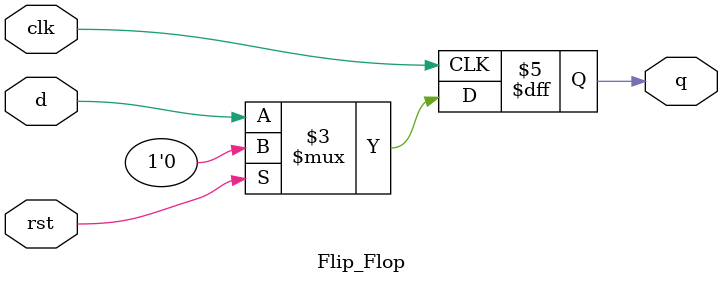
<source format=v>
`timescale 1ns / 1ps
module Flip_Flop(
    input clk,
    input d,
    input rst,
    output reg q
    );

	 always @(posedge clk)
	 if (rst) 
	 q <= 0;
	 else
	 q <= d;
    
endmodule

</source>
